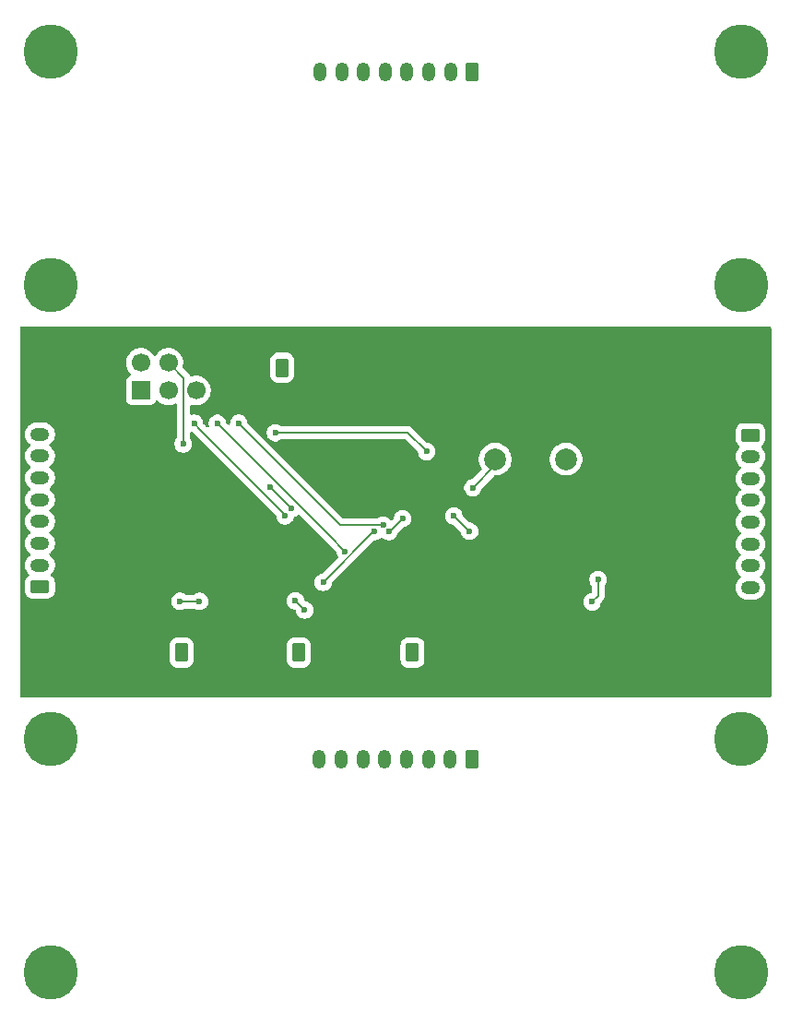
<source format=gbr>
%TF.GenerationSoftware,KiCad,Pcbnew,9.0.4*%
%TF.CreationDate,2025-11-21T11:06:10-05:00*%
%TF.ProjectId,merged_lights,6d657267-6564-45f6-9c69-676874732e6b,rev?*%
%TF.SameCoordinates,Original*%
%TF.FileFunction,Copper,L2,Bot*%
%TF.FilePolarity,Positive*%
%FSLAX46Y46*%
G04 Gerber Fmt 4.6, Leading zero omitted, Abs format (unit mm)*
G04 Created by KiCad (PCBNEW 9.0.4) date 2025-11-21 11:06:10*
%MOMM*%
%LPD*%
G01*
G04 APERTURE LIST*
G04 Aperture macros list*
%AMRoundRect*
0 Rectangle with rounded corners*
0 $1 Rounding radius*
0 $2 $3 $4 $5 $6 $7 $8 $9 X,Y pos of 4 corners*
0 Add a 4 corners polygon primitive as box body*
4,1,4,$2,$3,$4,$5,$6,$7,$8,$9,$2,$3,0*
0 Add four circle primitives for the rounded corners*
1,1,$1+$1,$2,$3*
1,1,$1+$1,$4,$5*
1,1,$1+$1,$6,$7*
1,1,$1+$1,$8,$9*
0 Add four rect primitives between the rounded corners*
20,1,$1+$1,$2,$3,$4,$5,0*
20,1,$1+$1,$4,$5,$6,$7,0*
20,1,$1+$1,$6,$7,$8,$9,0*
20,1,$1+$1,$8,$9,$2,$3,0*%
G04 Aperture macros list end*
%TA.AperFunction,ComponentPad*%
%ADD10C,1.700000*%
%TD*%
%TA.AperFunction,ComponentPad*%
%ADD11R,1.700000X1.700000*%
%TD*%
%TA.AperFunction,ComponentPad*%
%ADD12O,1.200000X1.750000*%
%TD*%
%TA.AperFunction,ComponentPad*%
%ADD13RoundRect,0.250000X0.350000X0.625000X-0.350000X0.625000X-0.350000X-0.625000X0.350000X-0.625000X0*%
%TD*%
%TA.AperFunction,ComponentPad*%
%ADD14C,2.000000*%
%TD*%
%TA.AperFunction,ComponentPad*%
%ADD15RoundRect,0.250000X-0.350000X-0.625000X0.350000X-0.625000X0.350000X0.625000X-0.350000X0.625000X0*%
%TD*%
%TA.AperFunction,ComponentPad*%
%ADD16RoundRect,0.250000X-0.625000X0.350000X-0.625000X-0.350000X0.625000X-0.350000X0.625000X0.350000X0*%
%TD*%
%TA.AperFunction,ComponentPad*%
%ADD17O,1.750000X1.200000*%
%TD*%
%TA.AperFunction,ComponentPad*%
%ADD18RoundRect,0.250000X0.625000X-0.350000X0.625000X0.350000X-0.625000X0.350000X-0.625000X-0.350000X0*%
%TD*%
%TA.AperFunction,ComponentPad*%
%ADD19C,0.800000*%
%TD*%
%TA.AperFunction,ComponentPad*%
%ADD20C,5.000000*%
%TD*%
%TA.AperFunction,ViaPad*%
%ADD21C,0.600000*%
%TD*%
%TA.AperFunction,Conductor*%
%ADD22C,0.200000*%
%TD*%
G04 APERTURE END LIST*
D10*
%TO.P,J3,6,GND*%
%TO.N,GND*%
X28790000Y-44050000D03*
%TO.P,J3,5,~{RST}*%
%TO.N,/RESET*%
X28790000Y-46590000D03*
%TO.P,J3,4,MOSI*%
%TO.N,/TLED3*%
X26250000Y-44050000D03*
%TO.P,J3,3,SCK*%
%TO.N,Net-(J3-SCK)*%
X26250000Y-46590000D03*
%TO.P,J3,2,VCC*%
%TO.N,+3.3V*%
X23710000Y-44050000D03*
D11*
%TO.P,J3,1,MISO*%
%TO.N,Net-(J3-MISO)*%
X23710000Y-46590000D03*
%TD*%
D12*
%TO.P,J6,2,Pin_2*%
%TO.N,GND*%
X46650000Y-70650000D03*
D13*
%TO.P,J6,1,Pin_1*%
%TO.N,+12V*%
X48650000Y-70650000D03*
%TD*%
D12*
%TO.P,J4,2,Pin_2*%
%TO.N,GND*%
X25450000Y-70650000D03*
D13*
%TO.P,J4,1,Pin_1*%
%TO.N,/Button1*%
X27450000Y-70650000D03*
%TD*%
D14*
%TO.P,SW1,2,2*%
%TO.N,GND*%
X56250000Y-48400000D03*
X62750000Y-48400000D03*
%TO.P,SW1,1,1*%
%TO.N,/RESET*%
X56250000Y-52900000D03*
X62750000Y-52900000D03*
%TD*%
D12*
%TO.P,J5,2,Pin_2*%
%TO.N,GND*%
X36200000Y-70650000D03*
D13*
%TO.P,J5,1,Pin_1*%
%TO.N,/Button2*%
X38200000Y-70650000D03*
%TD*%
D15*
%TO.P,J8,1,Pin_1*%
%TO.N,+3.3V*%
X36700000Y-44500000D03*
D12*
%TO.P,J8,2,Pin_2*%
%TO.N,GND*%
X38700000Y-44500000D03*
%TD*%
D16*
%TO.P,J2,1,Pin_1*%
%TO.N,/HLED1.1*%
X79687236Y-50679556D03*
D17*
%TO.P,J2,2,Pin_2*%
%TO.N,/HLED1.2*%
X79687236Y-52679556D03*
%TO.P,J2,3,Pin_3*%
%TO.N,/HLED2.1*%
X79687236Y-54679556D03*
%TO.P,J2,4,Pin_4*%
%TO.N,/HLED2.2*%
X79687236Y-56679556D03*
%TO.P,J2,5,Pin_5*%
%TO.N,/HLED3.1*%
X79687236Y-58679556D03*
%TO.P,J2,6,Pin_6*%
%TO.N,/HLED3.2*%
X79687236Y-60679556D03*
%TO.P,J2,7,Pin_7*%
%TO.N,/HLED4.1*%
X79687236Y-62679556D03*
%TO.P,J2,8,Pin_8*%
%TO.N,/HLED4.2*%
X79687236Y-64679556D03*
%TD*%
D18*
%TO.P,J9,1,Pin_1*%
%TO.N,/TLED1.1*%
X14435389Y-64617354D03*
D17*
%TO.P,J9,2,Pin_2*%
%TO.N,/TLED1.2*%
X14435389Y-62617354D03*
%TO.P,J9,3,Pin_3*%
%TO.N,/TLED2.1*%
X14435389Y-60617354D03*
%TO.P,J9,4,Pin_4*%
%TO.N,/TLED2.2*%
X14435389Y-58617354D03*
%TO.P,J9,5,Pin_5*%
%TO.N,/TLED3.1*%
X14435389Y-56617354D03*
%TO.P,J9,6,Pin_6*%
%TO.N,/TLED3.2*%
X14435389Y-54617354D03*
%TO.P,J9,7,Pin_7*%
%TO.N,/TLED4.1*%
X14435389Y-52617354D03*
%TO.P,J9,8,Pin_8*%
%TO.N,/TLED4.2*%
X14435389Y-50617354D03*
%TD*%
D19*
%TO.P,H1,1,1*%
%TO.N,GND*%
X76925000Y-43550000D03*
X77474175Y-42224175D03*
X77474175Y-44875825D03*
X78800000Y-41675000D03*
D20*
X78800000Y-43550000D03*
D19*
X78800000Y-45425000D03*
X80125825Y-42224175D03*
X80125825Y-44875825D03*
X80675000Y-43550000D03*
%TD*%
%TO.P,H2,1,1*%
%TO.N,GND*%
X13525000Y-43550000D03*
X14074175Y-42224175D03*
X14074175Y-44875825D03*
X15400000Y-41675000D03*
D20*
X15400000Y-43550000D03*
D19*
X15400000Y-45425000D03*
X16725825Y-42224175D03*
X16725825Y-44875825D03*
X17275000Y-43550000D03*
%TD*%
%TO.P,H4,1,1*%
%TO.N,GND*%
X76925000Y-71950000D03*
X77474175Y-70624175D03*
X77474175Y-73275825D03*
X78800000Y-70075000D03*
D20*
X78800000Y-71950000D03*
D19*
X78800000Y-73825000D03*
X80125825Y-70624175D03*
X80125825Y-73275825D03*
X80675000Y-71950000D03*
%TD*%
%TO.P,H3,1,1*%
%TO.N,GND*%
X13525000Y-71950000D03*
X14074175Y-70624175D03*
X14074175Y-73275825D03*
X15400000Y-70075000D03*
D20*
X15400000Y-71950000D03*
D19*
X15400000Y-73825000D03*
X16725825Y-70624175D03*
X16725825Y-73275825D03*
X17275000Y-71950000D03*
%TD*%
D12*
%TO.P,J1,8,Pin_8*%
%TO.N,/HLB4.2*%
X40100000Y-80400000D03*
%TO.P,J1,7,Pin_7*%
%TO.N,/HLB4.1*%
X42100000Y-80400000D03*
%TO.P,J1,6,Pin_6*%
%TO.N,/HLB3.2*%
X44100000Y-80400000D03*
%TO.P,J1,5,Pin_5*%
%TO.N,/HLB3.1*%
X46100000Y-80400000D03*
%TO.P,J1,4,Pin_4*%
%TO.N,/HLB2.2*%
X48100000Y-80400000D03*
%TO.P,J1,3,Pin_3*%
%TO.N,/HLB2.1*%
X50100000Y-80400000D03*
%TO.P,J1,2,Pin_2*%
%TO.N,/HLB1.2*%
X52100000Y-80400000D03*
D13*
%TO.P,J1,1,Pin_1*%
%TO.N,/HLB1.1*%
X54100000Y-80400000D03*
%TD*%
D20*
%TO.P,H7,1,1*%
%TO.N,unconnected-(H7-Pad1)*%
X78800000Y-78600000D03*
%TD*%
%TO.P,H11,1,1*%
%TO.N,unconnected-(H11-Pad1)*%
X78800000Y-100000000D03*
%TD*%
%TO.P,H6,1,1*%
%TO.N,unconnected-(H6-Pad1)*%
X15400000Y-100000000D03*
%TD*%
%TO.P,H5,1,1*%
%TO.N,unconnected-(H5-Pad1)*%
X15400000Y-78600000D03*
%TD*%
%TO.P,H12,1,1*%
%TO.N,unconnected-(H12-Pad1)*%
X78800000Y-36900000D03*
%TD*%
%TO.P,H10,1,1*%
%TO.N,unconnected-(H10-Pad1)*%
X15400000Y-36900000D03*
%TD*%
%TO.P,H9,1,1*%
%TO.N,unconnected-(H9-Pad1)*%
X78800000Y-15500000D03*
%TD*%
%TO.P,H8,1,1*%
%TO.N,unconnected-(H8-Pad1)*%
X15400000Y-15500000D03*
%TD*%
D13*
%TO.P,J7,1,Pin_1*%
%TO.N,/TLB1.1*%
X54150000Y-17400000D03*
D12*
%TO.P,J7,2,Pin_2*%
%TO.N,/TLB1.2*%
X52150000Y-17400000D03*
%TO.P,J7,3,Pin_3*%
%TO.N,/TLB2.1*%
X50150000Y-17400000D03*
%TO.P,J7,4,Pin_4*%
%TO.N,/TLB2.2*%
X48150000Y-17400000D03*
%TO.P,J7,5,Pin_5*%
%TO.N,/TLB3.1*%
X46150000Y-17400000D03*
%TO.P,J7,6,Pin_6*%
%TO.N,/TLB3.2*%
X44150000Y-17400000D03*
%TO.P,J7,7,Pin_7*%
%TO.N,/TLB4.1*%
X42150000Y-17400000D03*
%TO.P,J7,8,Pin_8*%
%TO.N,/TLB4.2*%
X40150000Y-17400000D03*
%TD*%
D21*
%TO.N,GND*%
X50050000Y-50800000D03*
%TO.N,/TLED3*%
X27600000Y-51500000D03*
%TO.N,Net-(J3-SCK)*%
X30735000Y-49615000D03*
%TO.N,Net-(J3-MISO)*%
X36950000Y-58100000D03*
X28600000Y-49600000D03*
%TO.N,/RESET*%
X32700000Y-49600000D03*
%TO.N,/TLED4*%
X36062500Y-50475000D03*
%TO.N,/TLED3*%
X37549265Y-57449265D03*
X35575735Y-55475735D03*
%TO.N,/Button2*%
X40450000Y-64200000D03*
%TO.N,/TLED4*%
X49950000Y-52200000D03*
%TO.N,GND*%
X74700000Y-61850000D03*
X46700000Y-54950000D03*
%TO.N,+12V*%
X65150000Y-66000000D03*
%TO.N,GND*%
X37700000Y-46250000D03*
%TO.N,/Button2*%
X45134313Y-59550000D03*
%TO.N,+3.3V*%
X46500000Y-59550000D03*
%TO.N,GND*%
X47700000Y-60450000D03*
%TO.N,+12V*%
X37900735Y-65900735D03*
X27300000Y-65950000D03*
%TO.N,/SCL*%
X53900735Y-59517354D03*
%TO.N,GND*%
X36450000Y-47750000D03*
%TO.N,/SCL*%
X52450000Y-58117354D03*
%TO.N,GND*%
X55874265Y-59775735D03*
%TO.N,/RESET*%
X45950000Y-58950000D03*
X54200000Y-55517354D03*
%TO.N,+12V*%
X65700000Y-63950000D03*
%TO.N,+3.3V*%
X47750000Y-58350000D03*
%TO.N,+12V*%
X29100000Y-65950000D03*
X38749265Y-66749265D03*
%TO.N,GND*%
X19400000Y-53450000D03*
X46300000Y-66054854D03*
X74700000Y-65850000D03*
X19400000Y-49550000D03*
X74700000Y-57850000D03*
X19400000Y-57550000D03*
%TO.N,Net-(J3-SCK)*%
X42450735Y-61350735D03*
%TO.N,GND*%
X16550000Y-59700000D03*
X48050000Y-41700000D03*
X21050000Y-41700000D03*
X66050000Y-41700000D03*
X21050000Y-68700000D03*
X21050000Y-46200000D03*
X21050000Y-73200000D03*
X25550000Y-41700000D03*
X25550000Y-68700000D03*
X30050000Y-41700000D03*
X30050000Y-59700000D03*
X30050000Y-68700000D03*
X30050000Y-73200000D03*
X34550000Y-41700000D03*
X34550000Y-45750000D03*
X70550000Y-41700000D03*
X34550000Y-68700000D03*
X43550000Y-41700000D03*
X43550000Y-73200000D03*
X75050000Y-68700000D03*
X52550000Y-41700000D03*
X57050000Y-41700000D03*
X57050000Y-73200000D03*
X61550000Y-41700000D03*
X75050000Y-41700000D03*
X75050000Y-73200000D03*
X19400000Y-61550000D03*
X74700000Y-53850000D03*
X48050000Y-73200000D03*
%TD*%
D22*
%TO.N,+12V*%
X27301470Y-66000000D02*
X29050000Y-66000000D01*
X29050000Y-66000000D02*
X29100000Y-65950000D01*
X27300000Y-65998530D02*
X27301470Y-66000000D01*
X27300000Y-65950000D02*
X27300000Y-65998530D01*
X65150000Y-66000000D02*
X65700000Y-65450000D01*
X65700000Y-65450000D02*
X65700000Y-63950000D01*
%TO.N,/TLED3*%
X27600000Y-51500000D02*
X27800000Y-51500000D01*
X27639000Y-45439000D02*
X26250000Y-44050000D01*
X27639000Y-51339000D02*
X27639000Y-45439000D01*
X27600000Y-51500000D02*
X27600000Y-51378000D01*
X27600000Y-51378000D02*
X27639000Y-51339000D01*
%TO.N,/RESET*%
X42050000Y-58950000D02*
X45950000Y-58950000D01*
X32700000Y-49600000D02*
X42050000Y-58950000D01*
%TO.N,Net-(J3-SCK)*%
X40999265Y-59899265D02*
X42450735Y-61350735D01*
X40999265Y-59881230D02*
X40999265Y-59899265D01*
X30735000Y-49615000D02*
X30735000Y-49616965D01*
X30735000Y-49616965D02*
X40999265Y-59881230D01*
%TO.N,Net-(J3-MISO)*%
X29150000Y-50200000D02*
X36950000Y-58000000D01*
X28600000Y-49631965D02*
X29150000Y-50181965D01*
X28600000Y-49600000D02*
X28600000Y-49631965D01*
X29150000Y-50181965D02*
X29150000Y-50200000D01*
X36950000Y-58000000D02*
X36950000Y-58100000D01*
%TO.N,/TLED4*%
X36087500Y-50450000D02*
X48200000Y-50450000D01*
X36062500Y-50475000D02*
X36087500Y-50450000D01*
X48200000Y-50450000D02*
X49950000Y-52200000D01*
%TO.N,/RESET*%
X56250000Y-53050000D02*
X56200000Y-53000000D01*
%TO.N,/TLED3*%
X35575735Y-55475735D02*
X37549265Y-57449265D01*
%TO.N,/SCL*%
X53900735Y-59517354D02*
X53850000Y-59517354D01*
X52458677Y-58117354D02*
X52450000Y-58117354D01*
%TO.N,GND*%
X37700000Y-46250000D02*
X37700000Y-46500000D01*
X37700000Y-46500000D02*
X36450000Y-47750000D01*
%TO.N,/SCL*%
X53850000Y-59517354D02*
X52450000Y-58117354D01*
%TO.N,/Button2*%
X40450000Y-64200000D02*
X45100000Y-59550000D01*
%TO.N,+3.3V*%
X46550000Y-59550000D02*
X47750000Y-58350000D01*
X46500000Y-59550000D02*
X46550000Y-59550000D01*
%TO.N,+12V*%
X38749265Y-66749265D02*
X37900735Y-65900735D01*
%TO.N,/Button2*%
X45100000Y-59550000D02*
X45134313Y-59550000D01*
%TO.N,/HLB4.2*%
X40100000Y-80400000D02*
X40100000Y-80700000D01*
%TO.N,/TLB4.2*%
X39700000Y-17400000D02*
X40150000Y-17400000D01*
%TO.N,/TLB4.1*%
X42100000Y-17400000D02*
X42150000Y-17400000D01*
%TO.N,/RESET*%
X54200000Y-55517354D02*
X56250000Y-53467354D01*
X56250000Y-53467354D02*
X56250000Y-53050000D01*
%TD*%
%TA.AperFunction,Conductor*%
%TO.N,GND*%
G36*
X81542539Y-40770185D02*
G01*
X81588294Y-40822989D01*
X81599500Y-40874500D01*
X81599500Y-74625500D01*
X81579815Y-74692539D01*
X81527011Y-74738294D01*
X81475500Y-74749500D01*
X12724500Y-74749500D01*
X12657461Y-74729815D01*
X12611706Y-74677011D01*
X12600500Y-74625500D01*
X12600500Y-69974983D01*
X26349500Y-69974983D01*
X26349500Y-71325001D01*
X26349501Y-71325018D01*
X26360000Y-71427796D01*
X26360001Y-71427799D01*
X26415185Y-71594331D01*
X26415186Y-71594334D01*
X26507288Y-71743656D01*
X26631344Y-71867712D01*
X26780666Y-71959814D01*
X26947203Y-72014999D01*
X27049991Y-72025500D01*
X27850008Y-72025499D01*
X27850016Y-72025498D01*
X27850019Y-72025498D01*
X27906302Y-72019748D01*
X27952797Y-72014999D01*
X28119334Y-71959814D01*
X28268656Y-71867712D01*
X28392712Y-71743656D01*
X28484814Y-71594334D01*
X28539999Y-71427797D01*
X28550500Y-71325009D01*
X28550499Y-69974992D01*
X28550498Y-69974983D01*
X37099500Y-69974983D01*
X37099500Y-71325001D01*
X37099501Y-71325018D01*
X37110000Y-71427796D01*
X37110001Y-71427799D01*
X37165185Y-71594331D01*
X37165186Y-71594334D01*
X37257288Y-71743656D01*
X37381344Y-71867712D01*
X37530666Y-71959814D01*
X37697203Y-72014999D01*
X37799991Y-72025500D01*
X38600008Y-72025499D01*
X38600016Y-72025498D01*
X38600019Y-72025498D01*
X38656302Y-72019748D01*
X38702797Y-72014999D01*
X38869334Y-71959814D01*
X39018656Y-71867712D01*
X39142712Y-71743656D01*
X39234814Y-71594334D01*
X39289999Y-71427797D01*
X39300500Y-71325009D01*
X39300499Y-69974992D01*
X39300498Y-69974983D01*
X47549500Y-69974983D01*
X47549500Y-71325001D01*
X47549501Y-71325018D01*
X47560000Y-71427796D01*
X47560001Y-71427799D01*
X47615185Y-71594331D01*
X47615186Y-71594334D01*
X47707288Y-71743656D01*
X47831344Y-71867712D01*
X47980666Y-71959814D01*
X48147203Y-72014999D01*
X48249991Y-72025500D01*
X49050008Y-72025499D01*
X49050016Y-72025498D01*
X49050019Y-72025498D01*
X49106302Y-72019748D01*
X49152797Y-72014999D01*
X49319334Y-71959814D01*
X49468656Y-71867712D01*
X49592712Y-71743656D01*
X49684814Y-71594334D01*
X49739999Y-71427797D01*
X49750500Y-71325009D01*
X49750499Y-69974992D01*
X49739999Y-69872203D01*
X49684814Y-69705666D01*
X49592712Y-69556344D01*
X49468656Y-69432288D01*
X49319334Y-69340186D01*
X49152797Y-69285001D01*
X49152795Y-69285000D01*
X49050010Y-69274500D01*
X48249998Y-69274500D01*
X48249980Y-69274501D01*
X48147203Y-69285000D01*
X48147200Y-69285001D01*
X47980668Y-69340185D01*
X47980663Y-69340187D01*
X47831342Y-69432289D01*
X47707289Y-69556342D01*
X47615187Y-69705663D01*
X47615186Y-69705666D01*
X47560001Y-69872203D01*
X47560001Y-69872204D01*
X47560000Y-69872204D01*
X47549500Y-69974983D01*
X39300498Y-69974983D01*
X39289999Y-69872203D01*
X39234814Y-69705666D01*
X39142712Y-69556344D01*
X39018656Y-69432288D01*
X38869334Y-69340186D01*
X38702797Y-69285001D01*
X38702795Y-69285000D01*
X38600010Y-69274500D01*
X37799998Y-69274500D01*
X37799980Y-69274501D01*
X37697203Y-69285000D01*
X37697200Y-69285001D01*
X37530668Y-69340185D01*
X37530663Y-69340187D01*
X37381342Y-69432289D01*
X37257289Y-69556342D01*
X37165187Y-69705663D01*
X37165186Y-69705666D01*
X37110001Y-69872203D01*
X37110001Y-69872204D01*
X37110000Y-69872204D01*
X37099500Y-69974983D01*
X28550498Y-69974983D01*
X28539999Y-69872203D01*
X28484814Y-69705666D01*
X28392712Y-69556344D01*
X28268656Y-69432288D01*
X28119334Y-69340186D01*
X27952797Y-69285001D01*
X27952795Y-69285000D01*
X27850010Y-69274500D01*
X27049998Y-69274500D01*
X27049980Y-69274501D01*
X26947203Y-69285000D01*
X26947200Y-69285001D01*
X26780668Y-69340185D01*
X26780663Y-69340187D01*
X26631342Y-69432289D01*
X26507289Y-69556342D01*
X26415187Y-69705663D01*
X26415186Y-69705666D01*
X26360001Y-69872203D01*
X26360001Y-69872204D01*
X26360000Y-69872204D01*
X26349500Y-69974983D01*
X12600500Y-69974983D01*
X12600500Y-65871153D01*
X26499500Y-65871153D01*
X26499500Y-66028846D01*
X26530261Y-66183489D01*
X26530264Y-66183501D01*
X26590602Y-66329172D01*
X26590609Y-66329185D01*
X26678210Y-66460288D01*
X26678213Y-66460292D01*
X26789707Y-66571786D01*
X26789711Y-66571789D01*
X26920814Y-66659390D01*
X26920827Y-66659397D01*
X27043326Y-66710137D01*
X27066503Y-66719737D01*
X27221153Y-66750499D01*
X27221156Y-66750500D01*
X27221158Y-66750500D01*
X27378844Y-66750500D01*
X27378845Y-66750499D01*
X27533497Y-66719737D01*
X27679179Y-66659394D01*
X27736044Y-66621397D01*
X27802721Y-66600520D01*
X27804935Y-66600500D01*
X28595065Y-66600500D01*
X28662104Y-66620185D01*
X28663909Y-66621366D01*
X28720821Y-66659394D01*
X28720823Y-66659395D01*
X28720827Y-66659397D01*
X28843326Y-66710137D01*
X28866503Y-66719737D01*
X29021153Y-66750499D01*
X29021156Y-66750500D01*
X29021158Y-66750500D01*
X29178844Y-66750500D01*
X29178845Y-66750499D01*
X29333497Y-66719737D01*
X29479179Y-66659394D01*
X29610289Y-66571789D01*
X29721789Y-66460289D01*
X29809394Y-66329179D01*
X29869737Y-66183497D01*
X29900500Y-66028842D01*
X29900500Y-65871158D01*
X29900500Y-65871155D01*
X29894301Y-65839993D01*
X29894301Y-65839992D01*
X29890700Y-65821888D01*
X37100235Y-65821888D01*
X37100235Y-65979581D01*
X37130996Y-66134224D01*
X37130999Y-66134236D01*
X37191337Y-66279907D01*
X37191344Y-66279920D01*
X37278945Y-66411023D01*
X37278948Y-66411027D01*
X37390442Y-66522521D01*
X37390446Y-66522524D01*
X37521549Y-66610125D01*
X37521562Y-66610132D01*
X37667112Y-66670420D01*
X37667238Y-66670472D01*
X37731882Y-66683330D01*
X37822584Y-66701373D01*
X37839340Y-66710137D01*
X37857820Y-66714158D01*
X37882858Y-66732902D01*
X37884495Y-66733758D01*
X37886074Y-66735309D01*
X37914690Y-66763925D01*
X37948175Y-66825248D01*
X37948626Y-66827414D01*
X37979526Y-66982756D01*
X37979529Y-66982766D01*
X38039867Y-67128437D01*
X38039874Y-67128450D01*
X38127475Y-67259553D01*
X38127478Y-67259557D01*
X38238972Y-67371051D01*
X38238976Y-67371054D01*
X38370079Y-67458655D01*
X38370092Y-67458662D01*
X38515763Y-67519000D01*
X38515768Y-67519002D01*
X38670418Y-67549764D01*
X38670421Y-67549765D01*
X38670423Y-67549765D01*
X38828109Y-67549765D01*
X38828110Y-67549764D01*
X38982762Y-67519002D01*
X39128444Y-67458659D01*
X39259554Y-67371054D01*
X39371054Y-67259554D01*
X39458659Y-67128444D01*
X39519002Y-66982762D01*
X39549765Y-66828107D01*
X39549765Y-66670423D01*
X39549765Y-66670420D01*
X39549764Y-66670418D01*
X39530145Y-66571789D01*
X39519002Y-66515768D01*
X39516732Y-66510288D01*
X39458662Y-66370092D01*
X39458655Y-66370079D01*
X39371054Y-66238976D01*
X39371051Y-66238972D01*
X39259557Y-66127478D01*
X39259553Y-66127475D01*
X39128450Y-66039874D01*
X39128437Y-66039867D01*
X39103714Y-66029627D01*
X38982766Y-65979529D01*
X38982756Y-65979526D01*
X38827416Y-65948627D01*
X38810659Y-65939861D01*
X38792181Y-65935842D01*
X38772560Y-65921153D01*
X64349500Y-65921153D01*
X64349500Y-66078846D01*
X64380261Y-66233489D01*
X64380264Y-66233501D01*
X64440602Y-66379172D01*
X64440609Y-66379185D01*
X64528210Y-66510288D01*
X64528213Y-66510292D01*
X64639707Y-66621786D01*
X64639711Y-66621789D01*
X64770814Y-66709390D01*
X64770827Y-66709397D01*
X64870060Y-66750500D01*
X64916503Y-66769737D01*
X65058590Y-66798000D01*
X65071153Y-66800499D01*
X65071156Y-66800500D01*
X65071158Y-66800500D01*
X65228844Y-66800500D01*
X65228845Y-66800499D01*
X65383497Y-66769737D01*
X65529179Y-66709394D01*
X65660289Y-66621789D01*
X65771789Y-66510289D01*
X65859394Y-66379179D01*
X65919737Y-66233497D01*
X65950500Y-66078842D01*
X65950500Y-66078839D01*
X65950637Y-66078151D01*
X65959402Y-66061394D01*
X65963422Y-66042915D01*
X65982162Y-66017880D01*
X65983021Y-66016240D01*
X65984532Y-66014702D01*
X66058504Y-65940729D01*
X66058506Y-65940729D01*
X66068714Y-65930520D01*
X66068716Y-65930520D01*
X66180520Y-65818716D01*
X66259577Y-65681784D01*
X66298819Y-65535331D01*
X66298820Y-65535331D01*
X66298820Y-65535325D01*
X66300500Y-65529058D01*
X66300500Y-65370943D01*
X66300500Y-64529765D01*
X66320185Y-64462726D01*
X66321398Y-64460874D01*
X66409390Y-64329185D01*
X66409390Y-64329184D01*
X66409394Y-64329179D01*
X66469737Y-64183497D01*
X66500500Y-64028842D01*
X66500500Y-63871158D01*
X66500500Y-63871155D01*
X66500499Y-63871153D01*
X66469738Y-63716510D01*
X66469737Y-63716503D01*
X66464634Y-63704182D01*
X66409397Y-63570827D01*
X66409390Y-63570814D01*
X66321789Y-63439711D01*
X66321786Y-63439707D01*
X66210292Y-63328213D01*
X66210288Y-63328210D01*
X66079185Y-63240609D01*
X66079172Y-63240602D01*
X65933501Y-63180264D01*
X65933489Y-63180261D01*
X65778845Y-63149500D01*
X65778842Y-63149500D01*
X65621158Y-63149500D01*
X65621155Y-63149500D01*
X65466510Y-63180261D01*
X65466498Y-63180264D01*
X65320827Y-63240602D01*
X65320814Y-63240609D01*
X65189711Y-63328210D01*
X65189707Y-63328213D01*
X65078213Y-63439707D01*
X65078210Y-63439711D01*
X64990609Y-63570814D01*
X64990602Y-63570827D01*
X64930264Y-63716498D01*
X64930261Y-63716510D01*
X64899500Y-63871153D01*
X64899500Y-64028846D01*
X64930261Y-64183489D01*
X64930264Y-64183501D01*
X64990602Y-64329172D01*
X64990609Y-64329185D01*
X65078602Y-64460874D01*
X65099480Y-64527551D01*
X65099500Y-64529765D01*
X65099500Y-65092098D01*
X65079815Y-65159137D01*
X65027011Y-65204892D01*
X64999692Y-65213715D01*
X64916508Y-65230261D01*
X64916498Y-65230264D01*
X64770827Y-65290602D01*
X64770814Y-65290609D01*
X64639711Y-65378210D01*
X64639707Y-65378213D01*
X64528213Y-65489707D01*
X64528210Y-65489711D01*
X64440609Y-65620814D01*
X64440602Y-65620827D01*
X64380264Y-65766498D01*
X64380261Y-65766510D01*
X64349500Y-65921153D01*
X38772560Y-65921153D01*
X38767142Y-65917097D01*
X38765506Y-65916242D01*
X38763927Y-65914691D01*
X38735308Y-65886072D01*
X38701823Y-65824749D01*
X38701372Y-65822582D01*
X38692913Y-65780056D01*
X38670472Y-65667238D01*
X38630535Y-65570821D01*
X38610132Y-65521562D01*
X38610125Y-65521549D01*
X38522524Y-65390446D01*
X38522521Y-65390442D01*
X38411027Y-65278948D01*
X38411023Y-65278945D01*
X38279920Y-65191344D01*
X38279907Y-65191337D01*
X38134236Y-65130999D01*
X38134224Y-65130996D01*
X37979580Y-65100235D01*
X37979577Y-65100235D01*
X37821893Y-65100235D01*
X37821890Y-65100235D01*
X37667245Y-65130996D01*
X37667233Y-65130999D01*
X37521562Y-65191337D01*
X37521549Y-65191344D01*
X37390446Y-65278945D01*
X37390442Y-65278948D01*
X37278948Y-65390442D01*
X37278945Y-65390446D01*
X37191344Y-65521549D01*
X37191337Y-65521562D01*
X37130999Y-65667233D01*
X37130996Y-65667245D01*
X37100235Y-65821888D01*
X29890700Y-65821888D01*
X29876988Y-65752958D01*
X29869737Y-65716503D01*
X29855359Y-65681790D01*
X29809397Y-65570827D01*
X29809390Y-65570814D01*
X29721789Y-65439711D01*
X29721786Y-65439707D01*
X29610292Y-65328213D01*
X29610288Y-65328210D01*
X29479185Y-65240609D01*
X29479172Y-65240602D01*
X29333501Y-65180264D01*
X29333489Y-65180261D01*
X29178845Y-65149500D01*
X29178842Y-65149500D01*
X29021158Y-65149500D01*
X29021155Y-65149500D01*
X28866510Y-65180261D01*
X28866498Y-65180264D01*
X28720827Y-65240602D01*
X28720814Y-65240609D01*
X28589711Y-65328210D01*
X28589707Y-65328213D01*
X28554742Y-65363180D01*
X28493420Y-65396666D01*
X28467060Y-65399500D01*
X27932940Y-65399500D01*
X27865901Y-65379815D01*
X27845258Y-65363180D01*
X27810292Y-65328213D01*
X27810288Y-65328210D01*
X27679185Y-65240609D01*
X27679172Y-65240602D01*
X27533501Y-65180264D01*
X27533489Y-65180261D01*
X27378845Y-65149500D01*
X27378842Y-65149500D01*
X27221158Y-65149500D01*
X27221155Y-65149500D01*
X27066510Y-65180261D01*
X27066498Y-65180264D01*
X26920827Y-65240602D01*
X26920814Y-65240609D01*
X26789711Y-65328210D01*
X26789707Y-65328213D01*
X26678213Y-65439707D01*
X26678210Y-65439711D01*
X26590609Y-65570814D01*
X26590602Y-65570827D01*
X26530264Y-65716498D01*
X26530261Y-65716510D01*
X26499500Y-65871153D01*
X12600500Y-65871153D01*
X12600500Y-50530743D01*
X13059889Y-50530743D01*
X13059889Y-50703965D01*
X13068066Y-50755593D01*
X13083681Y-50854185D01*
X13086987Y-50875055D01*
X13140516Y-51039799D01*
X13219157Y-51194142D01*
X13320975Y-51334282D01*
X13443461Y-51456768D01*
X13443467Y-51456772D01*
X13526412Y-51517037D01*
X13569078Y-51572367D01*
X13575056Y-51641980D01*
X13542450Y-51703775D01*
X13526412Y-51717671D01*
X13443467Y-51777935D01*
X13443458Y-51777942D01*
X13320977Y-51900423D01*
X13320977Y-51900424D01*
X13320975Y-51900426D01*
X13304947Y-51922487D01*
X13219157Y-52040565D01*
X13140517Y-52194906D01*
X13086986Y-52359656D01*
X13059889Y-52530743D01*
X13059889Y-52703965D01*
X13086987Y-52875055D01*
X13140516Y-53039799D01*
X13219157Y-53194142D01*
X13320975Y-53334282D01*
X13443461Y-53456768D01*
X13443467Y-53456772D01*
X13526412Y-53517037D01*
X13569078Y-53572367D01*
X13575056Y-53641980D01*
X13542450Y-53703775D01*
X13526412Y-53717671D01*
X13443467Y-53777935D01*
X13443458Y-53777942D01*
X13320977Y-53900423D01*
X13320977Y-53900424D01*
X13320975Y-53900426D01*
X13277248Y-53960610D01*
X13219157Y-54040565D01*
X13140517Y-54194906D01*
X13086986Y-54359656D01*
X13074765Y-54436819D01*
X13059889Y-54530743D01*
X13059889Y-54703965D01*
X13068066Y-54755593D01*
X13083643Y-54853946D01*
X13086987Y-54875055D01*
X13140516Y-55039799D01*
X13219157Y-55194142D01*
X13320975Y-55334282D01*
X13443461Y-55456768D01*
X13443467Y-55456772D01*
X13526412Y-55517037D01*
X13569078Y-55572367D01*
X13575056Y-55641980D01*
X13542450Y-55703775D01*
X13526412Y-55717671D01*
X13443467Y-55777935D01*
X13443458Y-55777942D01*
X13320977Y-55900423D01*
X13320977Y-55900424D01*
X13320975Y-55900426D01*
X13277248Y-55960610D01*
X13219157Y-56040565D01*
X13140517Y-56194906D01*
X13086986Y-56359656D01*
X13059889Y-56530743D01*
X13059889Y-56703965D01*
X13086987Y-56875055D01*
X13140516Y-57039799D01*
X13219157Y-57194142D01*
X13320975Y-57334282D01*
X13443461Y-57456768D01*
X13443467Y-57456772D01*
X13526412Y-57517037D01*
X13569078Y-57572367D01*
X13575056Y-57641980D01*
X13542450Y-57703775D01*
X13526412Y-57717671D01*
X13443467Y-57777935D01*
X13443458Y-57777942D01*
X13320977Y-57900423D01*
X13320977Y-57900424D01*
X13320975Y-57900426D01*
X13302972Y-57925205D01*
X13219157Y-58040565D01*
X13140517Y-58194906D01*
X13086986Y-58359656D01*
X13074307Y-58439711D01*
X13059889Y-58530743D01*
X13059889Y-58703965D01*
X13066803Y-58747617D01*
X13086144Y-58869737D01*
X13086987Y-58875055D01*
X13140516Y-59039799D01*
X13219157Y-59194142D01*
X13320975Y-59334282D01*
X13443461Y-59456768D01*
X13443467Y-59456772D01*
X13526412Y-59517037D01*
X13569078Y-59572367D01*
X13575056Y-59641980D01*
X13542450Y-59703775D01*
X13526412Y-59717671D01*
X13443467Y-59777935D01*
X13443458Y-59777942D01*
X13320977Y-59900423D01*
X13320977Y-59900424D01*
X13320975Y-59900426D01*
X13277248Y-59960610D01*
X13219157Y-60040565D01*
X13140517Y-60194906D01*
X13086986Y-60359656D01*
X13062199Y-60516161D01*
X13059889Y-60530743D01*
X13059889Y-60703965D01*
X13086987Y-60875055D01*
X13140516Y-61039799D01*
X13219157Y-61194142D01*
X13320975Y-61334282D01*
X13443461Y-61456768D01*
X13443467Y-61456772D01*
X13526412Y-61517037D01*
X13569078Y-61572367D01*
X13575056Y-61641980D01*
X13542450Y-61703775D01*
X13526412Y-61717671D01*
X13443467Y-61777935D01*
X13443458Y-61777942D01*
X13320977Y-61900423D01*
X13320977Y-61900424D01*
X13320975Y-61900426D01*
X13309354Y-61916421D01*
X13219157Y-62040565D01*
X13140517Y-62194906D01*
X13086986Y-62359656D01*
X13059889Y-62530743D01*
X13059889Y-62703965D01*
X13086987Y-62875055D01*
X13140516Y-63039799D01*
X13219157Y-63194142D01*
X13320975Y-63334282D01*
X13320977Y-63334284D01*
X13428516Y-63441823D01*
X13462001Y-63503146D01*
X13457017Y-63572838D01*
X13415145Y-63628771D01*
X13405933Y-63635042D01*
X13341733Y-63674641D01*
X13217678Y-63798696D01*
X13125576Y-63948017D01*
X13125575Y-63948020D01*
X13070390Y-64114557D01*
X13070390Y-64114558D01*
X13070389Y-64114558D01*
X13059889Y-64217337D01*
X13059889Y-65017355D01*
X13059890Y-65017373D01*
X13070389Y-65120150D01*
X13070390Y-65120153D01*
X13125574Y-65286685D01*
X13125576Y-65286690D01*
X13127993Y-65290609D01*
X13217677Y-65436010D01*
X13341733Y-65560066D01*
X13491055Y-65652168D01*
X13657592Y-65707353D01*
X13760380Y-65717854D01*
X15110397Y-65717853D01*
X15213186Y-65707353D01*
X15379723Y-65652168D01*
X15529045Y-65560066D01*
X15653101Y-65436010D01*
X15745203Y-65286688D01*
X15800388Y-65120151D01*
X15810889Y-65017363D01*
X15810888Y-64217346D01*
X15807429Y-64183489D01*
X15800388Y-64114557D01*
X15800387Y-64114554D01*
X15745203Y-63948020D01*
X15653101Y-63798698D01*
X15529045Y-63674642D01*
X15529041Y-63674639D01*
X15464845Y-63635042D01*
X15418120Y-63583094D01*
X15406899Y-63514131D01*
X15434742Y-63450049D01*
X15442239Y-63441845D01*
X15549803Y-63334282D01*
X15651621Y-63194142D01*
X15730262Y-63039799D01*
X15783791Y-62875055D01*
X15810889Y-62703965D01*
X15810889Y-62530743D01*
X15783791Y-62359653D01*
X15730262Y-62194909D01*
X15651621Y-62040566D01*
X15549803Y-61900426D01*
X15427317Y-61777940D01*
X15344364Y-61717671D01*
X15301700Y-61662342D01*
X15295721Y-61592728D01*
X15328327Y-61530933D01*
X15344365Y-61517036D01*
X15427317Y-61456768D01*
X15549803Y-61334282D01*
X15651621Y-61194142D01*
X15730262Y-61039799D01*
X15783791Y-60875055D01*
X15810889Y-60703965D01*
X15810889Y-60530743D01*
X15783791Y-60359653D01*
X15730262Y-60194909D01*
X15651621Y-60040566D01*
X15549803Y-59900426D01*
X15427317Y-59777940D01*
X15344364Y-59717671D01*
X15301700Y-59662342D01*
X15295721Y-59592728D01*
X15328327Y-59530933D01*
X15344365Y-59517036D01*
X15350589Y-59512514D01*
X15427317Y-59456768D01*
X15549803Y-59334282D01*
X15651621Y-59194142D01*
X15730262Y-59039799D01*
X15783791Y-58875055D01*
X15810889Y-58703965D01*
X15810889Y-58530743D01*
X15783791Y-58359653D01*
X15730262Y-58194909D01*
X15651621Y-58040566D01*
X15549803Y-57900426D01*
X15427317Y-57777940D01*
X15344364Y-57717671D01*
X15301700Y-57662342D01*
X15295721Y-57592728D01*
X15328327Y-57530933D01*
X15344365Y-57517036D01*
X15427317Y-57456768D01*
X15549803Y-57334282D01*
X15651621Y-57194142D01*
X15730262Y-57039799D01*
X15783791Y-56875055D01*
X15810889Y-56703965D01*
X15810889Y-56530743D01*
X15783791Y-56359653D01*
X15730262Y-56194909D01*
X15651621Y-56040566D01*
X15549803Y-55900426D01*
X15427317Y-55777940D01*
X15344364Y-55717671D01*
X15301700Y-55662342D01*
X15295721Y-55592728D01*
X15328327Y-55530933D01*
X15344365Y-55517036D01*
X15427317Y-55456768D01*
X15549803Y-55334282D01*
X15651621Y-55194142D01*
X15730262Y-55039799D01*
X15783791Y-54875055D01*
X15810889Y-54703965D01*
X15810889Y-54530743D01*
X15783791Y-54359653D01*
X15730262Y-54194909D01*
X15651621Y-54040566D01*
X15549803Y-53900426D01*
X15427317Y-53777940D01*
X15344364Y-53717671D01*
X15301700Y-53662342D01*
X15295721Y-53592728D01*
X15328327Y-53530933D01*
X15344365Y-53517036D01*
X15427317Y-53456768D01*
X15549803Y-53334282D01*
X15651621Y-53194142D01*
X15730262Y-53039799D01*
X15783791Y-52875055D01*
X15810889Y-52703965D01*
X15810889Y-52530743D01*
X15783791Y-52359653D01*
X15730262Y-52194909D01*
X15651621Y-52040566D01*
X15549803Y-51900426D01*
X15427317Y-51777940D01*
X15344364Y-51717671D01*
X15301700Y-51662342D01*
X15295721Y-51592728D01*
X15328327Y-51530933D01*
X15344365Y-51517036D01*
X15427317Y-51456768D01*
X15549803Y-51334282D01*
X15651621Y-51194142D01*
X15730262Y-51039799D01*
X15783791Y-50875055D01*
X15810889Y-50703965D01*
X15810889Y-50530743D01*
X15783791Y-50359653D01*
X15730262Y-50194909D01*
X15651621Y-50040566D01*
X15549803Y-49900426D01*
X15427317Y-49777940D01*
X15287177Y-49676122D01*
X15132834Y-49597481D01*
X14968090Y-49543952D01*
X14968088Y-49543951D01*
X14968087Y-49543951D01*
X14824155Y-49521155D01*
X14797000Y-49516854D01*
X14073778Y-49516854D01*
X14046623Y-49521155D01*
X13902691Y-49543951D01*
X13902688Y-49543952D01*
X13762335Y-49589556D01*
X13737941Y-49597482D01*
X13583600Y-49676122D01*
X13530909Y-49714405D01*
X13443461Y-49777940D01*
X13443459Y-49777942D01*
X13443458Y-49777942D01*
X13320977Y-49900423D01*
X13320977Y-49900424D01*
X13320975Y-49900426D01*
X13291995Y-49940314D01*
X13219157Y-50040565D01*
X13140517Y-50194906D01*
X13086986Y-50359656D01*
X13076624Y-50425083D01*
X13059889Y-50530743D01*
X12600500Y-50530743D01*
X12600500Y-43943713D01*
X22359500Y-43943713D01*
X22359500Y-44156286D01*
X22392753Y-44366239D01*
X22392753Y-44366241D01*
X22392754Y-44366243D01*
X22447431Y-44534522D01*
X22458444Y-44568414D01*
X22554951Y-44757820D01*
X22679890Y-44929786D01*
X22793430Y-45043326D01*
X22826915Y-45104649D01*
X22821931Y-45174341D01*
X22780059Y-45230274D01*
X22749083Y-45247189D01*
X22617669Y-45296203D01*
X22617664Y-45296206D01*
X22502455Y-45382452D01*
X22502452Y-45382455D01*
X22416206Y-45497664D01*
X22416202Y-45497671D01*
X22365908Y-45632517D01*
X22359501Y-45692116D01*
X22359500Y-45692135D01*
X22359500Y-47487870D01*
X22359501Y-47487876D01*
X22365908Y-47547483D01*
X22416202Y-47682328D01*
X22416206Y-47682335D01*
X22502452Y-47797544D01*
X22502455Y-47797547D01*
X22617664Y-47883793D01*
X22617671Y-47883797D01*
X22752517Y-47934091D01*
X22752516Y-47934091D01*
X22758767Y-47934763D01*
X22812127Y-47940500D01*
X24607872Y-47940499D01*
X24667483Y-47934091D01*
X24802331Y-47883796D01*
X24917546Y-47797546D01*
X25003796Y-47682331D01*
X25052810Y-47550916D01*
X25094681Y-47494984D01*
X25160145Y-47470566D01*
X25228418Y-47485417D01*
X25256673Y-47506569D01*
X25370213Y-47620109D01*
X25542179Y-47745048D01*
X25542181Y-47745049D01*
X25542184Y-47745051D01*
X25731588Y-47841557D01*
X25933757Y-47907246D01*
X26143713Y-47940500D01*
X26143714Y-47940500D01*
X26356286Y-47940500D01*
X26356287Y-47940500D01*
X26566243Y-47907246D01*
X26768412Y-47841557D01*
X26858205Y-47795804D01*
X26926874Y-47782909D01*
X26991615Y-47809185D01*
X27031872Y-47866291D01*
X27038500Y-47906290D01*
X27038500Y-50878059D01*
X27018815Y-50945098D01*
X27002181Y-50965740D01*
X26978213Y-50989707D01*
X26978210Y-50989711D01*
X26890609Y-51120814D01*
X26890602Y-51120827D01*
X26830264Y-51266498D01*
X26830261Y-51266510D01*
X26799500Y-51421153D01*
X26799500Y-51578846D01*
X26830261Y-51733489D01*
X26830264Y-51733501D01*
X26890602Y-51879172D01*
X26890609Y-51879185D01*
X26978210Y-52010288D01*
X26978213Y-52010292D01*
X27089707Y-52121786D01*
X27089711Y-52121789D01*
X27220814Y-52209390D01*
X27220827Y-52209397D01*
X27336021Y-52257111D01*
X27366503Y-52269737D01*
X27521153Y-52300499D01*
X27521156Y-52300500D01*
X27521158Y-52300500D01*
X27678844Y-52300500D01*
X27678845Y-52300499D01*
X27833497Y-52269737D01*
X27979179Y-52209394D01*
X28110289Y-52121789D01*
X28221789Y-52010289D01*
X28309394Y-51879179D01*
X28369737Y-51733497D01*
X28400334Y-51579676D01*
X28400500Y-51579057D01*
X28400500Y-51420943D01*
X28400334Y-51420323D01*
X28369737Y-51266503D01*
X28360721Y-51244737D01*
X28309395Y-51120823D01*
X28260398Y-51047493D01*
X28239520Y-50980815D01*
X28239500Y-50978602D01*
X28239500Y-50495568D01*
X28245435Y-50475354D01*
X28246563Y-50454315D01*
X28255082Y-50442500D01*
X28259185Y-50428529D01*
X28275103Y-50414735D01*
X28287429Y-50397643D01*
X28300984Y-50392309D01*
X28311989Y-50382774D01*
X28332841Y-50379775D01*
X28352447Y-50372062D01*
X28377244Y-50373391D01*
X28381147Y-50372830D01*
X28387672Y-50373947D01*
X28481946Y-50392699D01*
X28543856Y-50425083D01*
X28545435Y-50426635D01*
X28633298Y-50514498D01*
X28653004Y-50540179D01*
X28669477Y-50568712D01*
X28669482Y-50568718D01*
X28788349Y-50687585D01*
X28788355Y-50687590D01*
X36113181Y-58012416D01*
X36146666Y-58073739D01*
X36149500Y-58100097D01*
X36149500Y-58178846D01*
X36180261Y-58333489D01*
X36180264Y-58333501D01*
X36240602Y-58479172D01*
X36240609Y-58479185D01*
X36328210Y-58610288D01*
X36328213Y-58610292D01*
X36439707Y-58721786D01*
X36439711Y-58721789D01*
X36570814Y-58809390D01*
X36570827Y-58809397D01*
X36716498Y-58869735D01*
X36716503Y-58869737D01*
X36871153Y-58900499D01*
X36871156Y-58900500D01*
X36871158Y-58900500D01*
X37028844Y-58900500D01*
X37028845Y-58900499D01*
X37183497Y-58869737D01*
X37329179Y-58809394D01*
X37460289Y-58721789D01*
X37571789Y-58610289D01*
X37659394Y-58479179D01*
X37719737Y-58333497D01*
X37725967Y-58302176D01*
X37758351Y-58240267D01*
X37800132Y-58211807D01*
X37928437Y-58158662D01*
X37928437Y-58158661D01*
X37928444Y-58158659D01*
X38059554Y-58071054D01*
X38112024Y-58018583D01*
X38173343Y-57985100D01*
X38243035Y-57990083D01*
X38287384Y-58018585D01*
X40482564Y-60213765D01*
X40487244Y-60218708D01*
X40495832Y-60228295D01*
X40518745Y-60267981D01*
X40630549Y-60379785D01*
X40630551Y-60379786D01*
X40640038Y-60389273D01*
X41616160Y-61365395D01*
X41649645Y-61426718D01*
X41650096Y-61428884D01*
X41680996Y-61584226D01*
X41680999Y-61584236D01*
X41741337Y-61729907D01*
X41741344Y-61729920D01*
X41816786Y-61842826D01*
X41837664Y-61909504D01*
X41819180Y-61976884D01*
X41801365Y-61999398D01*
X40435339Y-63365425D01*
X40374016Y-63398910D01*
X40371850Y-63399361D01*
X40216508Y-63430261D01*
X40216498Y-63430264D01*
X40070827Y-63490602D01*
X40070814Y-63490609D01*
X39939711Y-63578210D01*
X39939707Y-63578213D01*
X39828213Y-63689707D01*
X39828210Y-63689711D01*
X39740609Y-63820814D01*
X39740602Y-63820827D01*
X39680264Y-63966498D01*
X39680261Y-63966510D01*
X39649500Y-64121153D01*
X39649500Y-64278846D01*
X39680261Y-64433489D01*
X39680264Y-64433501D01*
X39740602Y-64579172D01*
X39740609Y-64579185D01*
X39828210Y-64710288D01*
X39828213Y-64710292D01*
X39939707Y-64821786D01*
X39939711Y-64821789D01*
X40070814Y-64909390D01*
X40070827Y-64909397D01*
X40216498Y-64969735D01*
X40216503Y-64969737D01*
X40371153Y-65000499D01*
X40371156Y-65000500D01*
X40371158Y-65000500D01*
X40528844Y-65000500D01*
X40528845Y-65000499D01*
X40683497Y-64969737D01*
X40829179Y-64909394D01*
X40960289Y-64821789D01*
X41071789Y-64710289D01*
X41159394Y-64579179D01*
X41219737Y-64433497D01*
X41240489Y-64329172D01*
X41250638Y-64278150D01*
X41283023Y-64216239D01*
X41284518Y-64214716D01*
X45112416Y-60386819D01*
X45173739Y-60353334D01*
X45200097Y-60350500D01*
X45213157Y-60350500D01*
X45213158Y-60350499D01*
X45367810Y-60319737D01*
X45513492Y-60259394D01*
X45644602Y-60171789D01*
X45729476Y-60086914D01*
X45790797Y-60053431D01*
X45860489Y-60058415D01*
X45904837Y-60086916D01*
X45989707Y-60171786D01*
X45989711Y-60171789D01*
X46120814Y-60259390D01*
X46120827Y-60259397D01*
X46261957Y-60317854D01*
X46266503Y-60319737D01*
X46421153Y-60350499D01*
X46421156Y-60350500D01*
X46421158Y-60350500D01*
X46578844Y-60350500D01*
X46578845Y-60350499D01*
X46733497Y-60319737D01*
X46879179Y-60259394D01*
X47010289Y-60171789D01*
X47121789Y-60060289D01*
X47209394Y-59929179D01*
X47269737Y-59783497D01*
X47288222Y-59690563D01*
X47320604Y-59628656D01*
X47322096Y-59627137D01*
X47764662Y-59184572D01*
X47825983Y-59151089D01*
X47828150Y-59150638D01*
X47890773Y-59138181D01*
X47983497Y-59119737D01*
X48129179Y-59059394D01*
X48260289Y-58971789D01*
X48371789Y-58860289D01*
X48459394Y-58729179D01*
X48519737Y-58583497D01*
X48550500Y-58428842D01*
X48550500Y-58271158D01*
X48550500Y-58271155D01*
X48550499Y-58271153D01*
X48544355Y-58240267D01*
X48519737Y-58116503D01*
X48487431Y-58038507D01*
X51649500Y-58038507D01*
X51649500Y-58196200D01*
X51680261Y-58350843D01*
X51680264Y-58350855D01*
X51740602Y-58496526D01*
X51740609Y-58496539D01*
X51828210Y-58627642D01*
X51828213Y-58627646D01*
X51939707Y-58739140D01*
X51939711Y-58739143D01*
X52070814Y-58826744D01*
X52070827Y-58826751D01*
X52187445Y-58875055D01*
X52216503Y-58887091D01*
X52281147Y-58899949D01*
X52371849Y-58917992D01*
X52433760Y-58950377D01*
X52435339Y-58951928D01*
X53078759Y-59595348D01*
X53112244Y-59656671D01*
X53112695Y-59658838D01*
X53130996Y-59750843D01*
X53130999Y-59750855D01*
X53191337Y-59896526D01*
X53191344Y-59896539D01*
X53278945Y-60027642D01*
X53278948Y-60027646D01*
X53390442Y-60139140D01*
X53390446Y-60139143D01*
X53521549Y-60226744D01*
X53521562Y-60226751D01*
X53600378Y-60259397D01*
X53667238Y-60287091D01*
X53821888Y-60317853D01*
X53821891Y-60317854D01*
X53821893Y-60317854D01*
X53979579Y-60317854D01*
X53979580Y-60317853D01*
X54134232Y-60287091D01*
X54279914Y-60226748D01*
X54411024Y-60139143D01*
X54522524Y-60027643D01*
X54610129Y-59896533D01*
X54670472Y-59750851D01*
X54701235Y-59596196D01*
X54701235Y-59438512D01*
X54701235Y-59438509D01*
X54701234Y-59438507D01*
X54692875Y-59396484D01*
X54670472Y-59283857D01*
X54629348Y-59184574D01*
X54610132Y-59138181D01*
X54610125Y-59138168D01*
X54522524Y-59007065D01*
X54522521Y-59007061D01*
X54411027Y-58895567D01*
X54411023Y-58895564D01*
X54279920Y-58807963D01*
X54279907Y-58807956D01*
X54134236Y-58747618D01*
X54134224Y-58747615D01*
X53979580Y-58716854D01*
X53979577Y-58716854D01*
X53950097Y-58716854D01*
X53883058Y-58697169D01*
X53862416Y-58680535D01*
X53284574Y-58102693D01*
X53251089Y-58041370D01*
X53250638Y-58039203D01*
X53219738Y-57883864D01*
X53219737Y-57883857D01*
X53201450Y-57839707D01*
X53159397Y-57738181D01*
X53159390Y-57738168D01*
X53071789Y-57607065D01*
X53071786Y-57607061D01*
X52960292Y-57495567D01*
X52960288Y-57495564D01*
X52829185Y-57407963D01*
X52829172Y-57407956D01*
X52683501Y-57347618D01*
X52683489Y-57347615D01*
X52528845Y-57316854D01*
X52528842Y-57316854D01*
X52371158Y-57316854D01*
X52371155Y-57316854D01*
X52216510Y-57347615D01*
X52216498Y-57347618D01*
X52070827Y-57407956D01*
X52070814Y-57407963D01*
X51939711Y-57495564D01*
X51939707Y-57495567D01*
X51828213Y-57607061D01*
X51828210Y-57607065D01*
X51740609Y-57738168D01*
X51740602Y-57738181D01*
X51680264Y-57883852D01*
X51680261Y-57883864D01*
X51649500Y-58038507D01*
X48487431Y-58038507D01*
X48465309Y-57985100D01*
X48459397Y-57970827D01*
X48459390Y-57970814D01*
X48371789Y-57839711D01*
X48371786Y-57839707D01*
X48260292Y-57728213D01*
X48260288Y-57728210D01*
X48129185Y-57640609D01*
X48129172Y-57640602D01*
X47983501Y-57580264D01*
X47983489Y-57580261D01*
X47828845Y-57549500D01*
X47828842Y-57549500D01*
X47671158Y-57549500D01*
X47671155Y-57549500D01*
X47516510Y-57580261D01*
X47516498Y-57580264D01*
X47370827Y-57640602D01*
X47370814Y-57640609D01*
X47239711Y-57728210D01*
X47239707Y-57728213D01*
X47128213Y-57839707D01*
X47128210Y-57839711D01*
X47040609Y-57970814D01*
X47040602Y-57970827D01*
X46980264Y-58116498D01*
X46980261Y-58116508D01*
X46949361Y-58271850D01*
X46940595Y-58288606D01*
X46936576Y-58307085D01*
X46917832Y-58332124D01*
X46916976Y-58333761D01*
X46915425Y-58335340D01*
X46774464Y-58476300D01*
X46713141Y-58509784D01*
X46643449Y-58504800D01*
X46587516Y-58462928D01*
X46583680Y-58457507D01*
X46571790Y-58439712D01*
X46571786Y-58439707D01*
X46460292Y-58328213D01*
X46460288Y-58328210D01*
X46329185Y-58240609D01*
X46329172Y-58240602D01*
X46183501Y-58180264D01*
X46183489Y-58180261D01*
X46028845Y-58149500D01*
X46028842Y-58149500D01*
X45871158Y-58149500D01*
X45871155Y-58149500D01*
X45716510Y-58180261D01*
X45716498Y-58180264D01*
X45570827Y-58240602D01*
X45570814Y-58240609D01*
X45439125Y-58328602D01*
X45372447Y-58349480D01*
X45370234Y-58349500D01*
X42350097Y-58349500D01*
X42283058Y-58329815D01*
X42262416Y-58313181D01*
X39387742Y-55438507D01*
X53399500Y-55438507D01*
X53399500Y-55596200D01*
X53430261Y-55750843D01*
X53430264Y-55750855D01*
X53490602Y-55896526D01*
X53490609Y-55896539D01*
X53578210Y-56027642D01*
X53578213Y-56027646D01*
X53689707Y-56139140D01*
X53689711Y-56139143D01*
X53820814Y-56226744D01*
X53820827Y-56226751D01*
X53894124Y-56257111D01*
X53966503Y-56287091D01*
X54121153Y-56317853D01*
X54121156Y-56317854D01*
X54121158Y-56317854D01*
X54278844Y-56317854D01*
X54278845Y-56317853D01*
X54433497Y-56287091D01*
X54579179Y-56226748D01*
X54710289Y-56139143D01*
X54821789Y-56027643D01*
X54909394Y-55896533D01*
X54969737Y-55750851D01*
X54992867Y-55634569D01*
X55000638Y-55595504D01*
X55033023Y-55533593D01*
X55034516Y-55532072D01*
X56129771Y-54436819D01*
X56191094Y-54403334D01*
X56217452Y-54400500D01*
X56368097Y-54400500D01*
X56601368Y-54363553D01*
X56613371Y-54359653D01*
X56825992Y-54290568D01*
X57036433Y-54183343D01*
X57227510Y-54044517D01*
X57394517Y-53877510D01*
X57533343Y-53686433D01*
X57640568Y-53475992D01*
X57713553Y-53251368D01*
X57737210Y-53102003D01*
X57750500Y-53018097D01*
X57750500Y-52781902D01*
X61249500Y-52781902D01*
X61249500Y-53018097D01*
X61286446Y-53251368D01*
X61359433Y-53475996D01*
X61433209Y-53620788D01*
X61466657Y-53686433D01*
X61605483Y-53877510D01*
X61772490Y-54044517D01*
X61963567Y-54183343D01*
X61986261Y-54194906D01*
X62174003Y-54290566D01*
X62174005Y-54290566D01*
X62174008Y-54290568D01*
X62294412Y-54329689D01*
X62398631Y-54363553D01*
X62631903Y-54400500D01*
X62631908Y-54400500D01*
X62868097Y-54400500D01*
X63101368Y-54363553D01*
X63113371Y-54359653D01*
X63325992Y-54290568D01*
X63536433Y-54183343D01*
X63727510Y-54044517D01*
X63894517Y-53877510D01*
X64033343Y-53686433D01*
X64140568Y-53475992D01*
X64213553Y-53251368D01*
X64237210Y-53102003D01*
X64250500Y-53018097D01*
X64250500Y-52781902D01*
X64213553Y-52548631D01*
X64172361Y-52421858D01*
X64140568Y-52324008D01*
X64140566Y-52324005D01*
X64140566Y-52324003D01*
X64037532Y-52121789D01*
X64033343Y-52113567D01*
X63894517Y-51922490D01*
X63727510Y-51755483D01*
X63536433Y-51616657D01*
X63325996Y-51509433D01*
X63101368Y-51436446D01*
X62868097Y-51399500D01*
X62868092Y-51399500D01*
X62631908Y-51399500D01*
X62631903Y-51399500D01*
X62398631Y-51436446D01*
X62174003Y-51509433D01*
X61963566Y-51616657D01*
X61863023Y-51689707D01*
X61772490Y-51755483D01*
X61772488Y-51755485D01*
X61772487Y-51755485D01*
X61605485Y-51922487D01*
X61605485Y-51922488D01*
X61605483Y-51922490D01*
X61545862Y-52004550D01*
X61466657Y-52113566D01*
X61359433Y-52324003D01*
X61286446Y-52548631D01*
X61249500Y-52781902D01*
X57750500Y-52781902D01*
X57713553Y-52548631D01*
X57672361Y-52421858D01*
X57640568Y-52324008D01*
X57640566Y-52324005D01*
X57640566Y-52324003D01*
X57537532Y-52121789D01*
X57533343Y-52113567D01*
X57394517Y-51922490D01*
X57227510Y-51755483D01*
X57036433Y-51616657D01*
X56825996Y-51509433D01*
X56601368Y-51436446D01*
X56368097Y-51399500D01*
X56368092Y-51399500D01*
X56131908Y-51399500D01*
X56131903Y-51399500D01*
X55898631Y-51436446D01*
X55674003Y-51509433D01*
X55463566Y-51616657D01*
X55363023Y-51689707D01*
X55272490Y-51755483D01*
X55272488Y-51755485D01*
X55272487Y-51755485D01*
X55105485Y-51922487D01*
X55105485Y-51922488D01*
X55105483Y-51922490D01*
X55045862Y-52004550D01*
X54966657Y-52113566D01*
X54859433Y-52324003D01*
X54786446Y-52548631D01*
X54749500Y-52781902D01*
X54749500Y-53018097D01*
X54786446Y-53251368D01*
X54859433Y-53475996D01*
X54933172Y-53620715D01*
X54961403Y-53676122D01*
X54966659Y-53686436D01*
X54994892Y-53725296D01*
X55018372Y-53791102D01*
X55002547Y-53859156D01*
X54982255Y-53885862D01*
X54185339Y-54682779D01*
X54124016Y-54716264D01*
X54121850Y-54716715D01*
X53966508Y-54747615D01*
X53966498Y-54747618D01*
X53820827Y-54807956D01*
X53820814Y-54807963D01*
X53689711Y-54895564D01*
X53689707Y-54895567D01*
X53578213Y-55007061D01*
X53578210Y-55007065D01*
X53490609Y-55138168D01*
X53490602Y-55138181D01*
X53430264Y-55283852D01*
X53430261Y-55283864D01*
X53399500Y-55438507D01*
X39387742Y-55438507D01*
X34345388Y-50396153D01*
X35262000Y-50396153D01*
X35262000Y-50553846D01*
X35292761Y-50708489D01*
X35292764Y-50708501D01*
X35353102Y-50854172D01*
X35353109Y-50854185D01*
X35440710Y-50985288D01*
X35440713Y-50985292D01*
X35552207Y-51096786D01*
X35552211Y-51096789D01*
X35683314Y-51184390D01*
X35683327Y-51184397D01*
X35828998Y-51244735D01*
X35829003Y-51244737D01*
X35938463Y-51266510D01*
X35983653Y-51275499D01*
X35983656Y-51275500D01*
X35983658Y-51275500D01*
X36141344Y-51275500D01*
X36141345Y-51275499D01*
X36295997Y-51244737D01*
X36441679Y-51184394D01*
X36572789Y-51096789D01*
X36572792Y-51096786D01*
X36582760Y-51086819D01*
X36644083Y-51053334D01*
X36670441Y-51050500D01*
X47899903Y-51050500D01*
X47966942Y-51070185D01*
X47987584Y-51086819D01*
X49115425Y-52214660D01*
X49148910Y-52275983D01*
X49149361Y-52278149D01*
X49180261Y-52433491D01*
X49180264Y-52433501D01*
X49240602Y-52579172D01*
X49240609Y-52579185D01*
X49328210Y-52710288D01*
X49328213Y-52710292D01*
X49439707Y-52821786D01*
X49439711Y-52821789D01*
X49570814Y-52909390D01*
X49570827Y-52909397D01*
X49716498Y-52969735D01*
X49716503Y-52969737D01*
X49871153Y-53000499D01*
X49871156Y-53000500D01*
X49871158Y-53000500D01*
X50028844Y-53000500D01*
X50028845Y-53000499D01*
X50183497Y-52969737D01*
X50329179Y-52909394D01*
X50460289Y-52821789D01*
X50571789Y-52710289D01*
X50659394Y-52579179D01*
X50719737Y-52433497D01*
X50750500Y-52278842D01*
X50750500Y-52121158D01*
X50750500Y-52121155D01*
X50750499Y-52121153D01*
X50728447Y-52010292D01*
X50719737Y-51966503D01*
X50718131Y-51962625D01*
X50659397Y-51820827D01*
X50659390Y-51820814D01*
X50571789Y-51689711D01*
X50571786Y-51689707D01*
X50460292Y-51578213D01*
X50460288Y-51578210D01*
X50329185Y-51490609D01*
X50329172Y-51490602D01*
X50183501Y-51430264D01*
X50183491Y-51430261D01*
X50028151Y-51399362D01*
X49966241Y-51366977D01*
X49964662Y-51365426D01*
X49474287Y-50875051D01*
X48878774Y-50279539D01*
X78311736Y-50279539D01*
X78311736Y-51079557D01*
X78311737Y-51079575D01*
X78322236Y-51182352D01*
X78322237Y-51182355D01*
X78353103Y-51275500D01*
X78377422Y-51348890D01*
X78469524Y-51498212D01*
X78593580Y-51622268D01*
X78657779Y-51661866D01*
X78704504Y-51713814D01*
X78715725Y-51782777D01*
X78687882Y-51846859D01*
X78680364Y-51855086D01*
X78572821Y-51962629D01*
X78471004Y-52102767D01*
X78392364Y-52257108D01*
X78338833Y-52421858D01*
X78311736Y-52592945D01*
X78311736Y-52766166D01*
X78328981Y-52875051D01*
X78338834Y-52937257D01*
X78392363Y-53102001D01*
X78471004Y-53256344D01*
X78572822Y-53396484D01*
X78695308Y-53518970D01*
X78695314Y-53518974D01*
X78778259Y-53579239D01*
X78820925Y-53634569D01*
X78826903Y-53704182D01*
X78794297Y-53765977D01*
X78778259Y-53779873D01*
X78695314Y-53840137D01*
X78695305Y-53840144D01*
X78572824Y-53962625D01*
X78572824Y-53962626D01*
X78572822Y-53962628D01*
X78529095Y-54022812D01*
X78471004Y-54102767D01*
X78392364Y-54257108D01*
X78338833Y-54421858D01*
X78311736Y-54592945D01*
X78311736Y-54766166D01*
X78334782Y-54911677D01*
X78338834Y-54937257D01*
X78392363Y-55102001D01*
X78471004Y-55256344D01*
X78572822Y-55396484D01*
X78695308Y-55518970D01*
X78695314Y-55518974D01*
X78778259Y-55579239D01*
X78820925Y-55634569D01*
X78826903Y-55704182D01*
X78794297Y-55765977D01*
X78778259Y-55779873D01*
X78695314Y-55840137D01*
X78695305Y-55840144D01*
X78572824Y-55962625D01*
X78572824Y-55962626D01*
X78572822Y-55962628D01*
X78529095Y-56022812D01*
X78471004Y-56102767D01*
X78392364Y-56257108D01*
X78338833Y-56421858D01*
X78311736Y-56592945D01*
X78311736Y-56766166D01*
X78328981Y-56875051D01*
X78338834Y-56937257D01*
X78392363Y-57102001D01*
X78471004Y-57256344D01*
X78572822Y-57396484D01*
X78695308Y-57518970D01*
X78695314Y-57518974D01*
X78778259Y-57579239D01*
X78820925Y-57634569D01*
X78826903Y-57704182D01*
X78794297Y-57765977D01*
X78778259Y-57779873D01*
X78695314Y-57840137D01*
X78695305Y-57840144D01*
X78572824Y-57962625D01*
X78572824Y-57962626D01*
X78572822Y-57962628D01*
X78556495Y-57985100D01*
X78471004Y-58102767D01*
X78392364Y-58257108D01*
X78338833Y-58421858D01*
X78327007Y-58496526D01*
X78311736Y-58592945D01*
X78311736Y-58766167D01*
X78318583Y-58809397D01*
X78335782Y-58917992D01*
X78338834Y-58937257D01*
X78392363Y-59102001D01*
X78471004Y-59256344D01*
X78572822Y-59396484D01*
X78695308Y-59518970D01*
X78695314Y-59518974D01*
X78778259Y-59579239D01*
X78820925Y-59634569D01*
X78826903Y-59704182D01*
X78794297Y-59765977D01*
X78778259Y-59779873D01*
X78695314Y-59840137D01*
X78695305Y-59840144D01*
X78572824Y-59962625D01*
X78572824Y-59962626D01*
X78572822Y-59962628D01*
X78568255Y-59968914D01*
X78471004Y-60102767D01*
X78392364Y-60257108D01*
X78338833Y-60421858D01*
X78311736Y-60592945D01*
X78311736Y-60766166D01*
X78328981Y-60875051D01*
X78338834Y-60937257D01*
X78392363Y-61102001D01*
X78471004Y-61256344D01*
X78572822Y-61396484D01*
X78695308Y-61518970D01*
X78695314Y-61518974D01*
X78778259Y-61579239D01*
X78820925Y-61634569D01*
X78826903Y-61704182D01*
X78794297Y-61765977D01*
X78778259Y-61779873D01*
X78695314Y-61840137D01*
X78695305Y-61840144D01*
X78572824Y-61962625D01*
X78572824Y-61962626D01*
X78572822Y-61962628D01*
X78546107Y-61999398D01*
X78471004Y-62102767D01*
X78392364Y-62257108D01*
X78338833Y-62421858D01*
X78311736Y-62592945D01*
X78311736Y-62766166D01*
X78328981Y-62875051D01*
X78338834Y-62937257D01*
X78392363Y-63102001D01*
X78471004Y-63256344D01*
X78572822Y-63396484D01*
X78695308Y-63518970D01*
X78695314Y-63518974D01*
X78778259Y-63579239D01*
X78820925Y-63634569D01*
X78826903Y-63704182D01*
X78794297Y-63765977D01*
X78778259Y-63779873D01*
X78695314Y-63840137D01*
X78695305Y-63840144D01*
X78572824Y-63962625D01*
X78572824Y-63962626D01*
X78572822Y-63962628D01*
X78570007Y-63966503D01*
X78471004Y-64102767D01*
X78392364Y-64257108D01*
X78392363Y-64257110D01*
X78392363Y-64257111D01*
X78368945Y-64329185D01*
X78338833Y-64421858D01*
X78322093Y-64527551D01*
X78311736Y-64592945D01*
X78311736Y-64766167D01*
X78338834Y-64937257D01*
X78392363Y-65102001D01*
X78471004Y-65256344D01*
X78572822Y-65396484D01*
X78695308Y-65518970D01*
X78835448Y-65620788D01*
X78989791Y-65699429D01*
X79154535Y-65752958D01*
X79325625Y-65780056D01*
X79325626Y-65780056D01*
X80048846Y-65780056D01*
X80048847Y-65780056D01*
X80219937Y-65752958D01*
X80384681Y-65699429D01*
X80539024Y-65620788D01*
X80679164Y-65518970D01*
X80801650Y-65396484D01*
X80903468Y-65256344D01*
X80982109Y-65102001D01*
X81035638Y-64937257D01*
X81062736Y-64766167D01*
X81062736Y-64592945D01*
X81035638Y-64421855D01*
X80982109Y-64257111D01*
X80903468Y-64102768D01*
X80801650Y-63962628D01*
X80679164Y-63840142D01*
X80596211Y-63779873D01*
X80553547Y-63724544D01*
X80547568Y-63654930D01*
X80580174Y-63593135D01*
X80596212Y-63579238D01*
X80597623Y-63578213D01*
X80679164Y-63518970D01*
X80801650Y-63396484D01*
X80903468Y-63256344D01*
X80982109Y-63102001D01*
X81035638Y-62937257D01*
X81062736Y-62766167D01*
X81062736Y-62592945D01*
X81035638Y-62421855D01*
X80982109Y-62257111D01*
X80903468Y-62102768D01*
X80801650Y-61962628D01*
X80679164Y-61840142D01*
X80596211Y-61779873D01*
X80553547Y-61724544D01*
X80547568Y-61654930D01*
X80580174Y-61593135D01*
X80596212Y-61579238D01*
X80679164Y-61518970D01*
X80801650Y-61396484D01*
X80903468Y-61256344D01*
X80982109Y-61102001D01*
X81035638Y-60937257D01*
X81062736Y-60766167D01*
X81062736Y-60592945D01*
X81035638Y-60421855D01*
X80982109Y-60257111D01*
X80903468Y-60102768D01*
X80801650Y-59962628D01*
X80679164Y-59840142D01*
X80596211Y-59779873D01*
X80553547Y-59724544D01*
X80547568Y-59654930D01*
X80580174Y-59593135D01*
X80596212Y-59579238D01*
X80679164Y-59518970D01*
X80801650Y-59396484D01*
X80903468Y-59256344D01*
X80982109Y-59102001D01*
X81035638Y-58937257D01*
X81062736Y-58766167D01*
X81062736Y-58592945D01*
X81035638Y-58421855D01*
X80982109Y-58257111D01*
X80903468Y-58102768D01*
X80801650Y-57962628D01*
X80679164Y-57840142D01*
X80596211Y-57779873D01*
X80553547Y-57724544D01*
X80547568Y-57654930D01*
X80580174Y-57593135D01*
X80596212Y-57579238D01*
X80679164Y-57518970D01*
X80801650Y-57396484D01*
X80903468Y-57256344D01*
X80982109Y-57102001D01*
X81035638Y-56937257D01*
X81062736Y-56766167D01*
X81062736Y-56592945D01*
X81035638Y-56421855D01*
X80982109Y-56257111D01*
X80903468Y-56102768D01*
X80801650Y-55962628D01*
X80679164Y-55840142D01*
X80596211Y-55779873D01*
X80553547Y-55724544D01*
X80547568Y-55654930D01*
X80580174Y-55593135D01*
X80596212Y-55579238D01*
X80679164Y-55518970D01*
X80801650Y-55396484D01*
X80903468Y-55256344D01*
X80982109Y-55102001D01*
X81035638Y-54937257D01*
X81062736Y-54766167D01*
X81062736Y-54592945D01*
X81035638Y-54421855D01*
X80982109Y-54257111D01*
X80903468Y-54102768D01*
X80801650Y-53962628D01*
X80679164Y-53840142D01*
X80596211Y-53779873D01*
X80553547Y-53724544D01*
X80547568Y-53654930D01*
X80580174Y-53593135D01*
X80596212Y-53579238D01*
X80679164Y-53518970D01*
X80801650Y-53396484D01*
X80903468Y-53256344D01*
X80982109Y-53102001D01*
X81035638Y-52937257D01*
X81062736Y-52766167D01*
X81062736Y-52592945D01*
X81035638Y-52421855D01*
X80982109Y-52257111D01*
X80903468Y-52102768D01*
X80801650Y-51962628D01*
X80694108Y-51855086D01*
X80660623Y-51793763D01*
X80665607Y-51724071D01*
X80707479Y-51668138D01*
X80716693Y-51661866D01*
X80780892Y-51622268D01*
X80904948Y-51498212D01*
X80997050Y-51348890D01*
X81052235Y-51182353D01*
X81062736Y-51079565D01*
X81062735Y-50279548D01*
X81058849Y-50241510D01*
X81052235Y-50176759D01*
X81052234Y-50176756D01*
X81030209Y-50110289D01*
X80997050Y-50010222D01*
X80904948Y-49860900D01*
X80780892Y-49736844D01*
X80679816Y-49674500D01*
X80631572Y-49644743D01*
X80631567Y-49644741D01*
X80630098Y-49644254D01*
X80465033Y-49589557D01*
X80465031Y-49589556D01*
X80362246Y-49579056D01*
X79012234Y-49579056D01*
X79012217Y-49579057D01*
X78909439Y-49589556D01*
X78909436Y-49589557D01*
X78742904Y-49644741D01*
X78742899Y-49644743D01*
X78593578Y-49736845D01*
X78469525Y-49860898D01*
X78377423Y-50010219D01*
X78377422Y-50010222D01*
X78322237Y-50176759D01*
X78322237Y-50176760D01*
X78322236Y-50176760D01*
X78311736Y-50279539D01*
X48878774Y-50279539D01*
X48687589Y-50088354D01*
X48687588Y-50088352D01*
X48568717Y-49969481D01*
X48568712Y-49969477D01*
X48462449Y-49908127D01*
X48462447Y-49908126D01*
X48431787Y-49890424D01*
X48431786Y-49890423D01*
X48431785Y-49890423D01*
X48279057Y-49849499D01*
X48120943Y-49849499D01*
X48113347Y-49849499D01*
X48113331Y-49849500D01*
X36604850Y-49849500D01*
X36537811Y-49829815D01*
X36535959Y-49828602D01*
X36441684Y-49765609D01*
X36441672Y-49765602D01*
X36296001Y-49705264D01*
X36295989Y-49705261D01*
X36141345Y-49674500D01*
X36141342Y-49674500D01*
X35983658Y-49674500D01*
X35983655Y-49674500D01*
X35829010Y-49705261D01*
X35828998Y-49705264D01*
X35683327Y-49765602D01*
X35683314Y-49765609D01*
X35552211Y-49853210D01*
X35552207Y-49853213D01*
X35440713Y-49964707D01*
X35440710Y-49964711D01*
X35353109Y-50095814D01*
X35353102Y-50095827D01*
X35292764Y-50241498D01*
X35292761Y-50241510D01*
X35262000Y-50396153D01*
X34345388Y-50396153D01*
X33534574Y-49585339D01*
X33501089Y-49524016D01*
X33500638Y-49521849D01*
X33472722Y-49381510D01*
X33469737Y-49366503D01*
X33415610Y-49235827D01*
X33409397Y-49220827D01*
X33409390Y-49220814D01*
X33321789Y-49089711D01*
X33321786Y-49089707D01*
X33210292Y-48978213D01*
X33210288Y-48978210D01*
X33079185Y-48890609D01*
X33079172Y-48890602D01*
X32933501Y-48830264D01*
X32933489Y-48830261D01*
X32778845Y-48799500D01*
X32778842Y-48799500D01*
X32621158Y-48799500D01*
X32621155Y-48799500D01*
X32466510Y-48830261D01*
X32466498Y-48830264D01*
X32320827Y-48890602D01*
X32320814Y-48890609D01*
X32189711Y-48978210D01*
X32189707Y-48978213D01*
X32078213Y-49089707D01*
X32078210Y-49089711D01*
X31990609Y-49220814D01*
X31990602Y-49220827D01*
X31930264Y-49366498D01*
X31930261Y-49366510D01*
X31899500Y-49521153D01*
X31899500Y-49632867D01*
X31893261Y-49654112D01*
X31891682Y-49676201D01*
X31883609Y-49686984D01*
X31879815Y-49699906D01*
X31863081Y-49714405D01*
X31849810Y-49732134D01*
X31837189Y-49736841D01*
X31827011Y-49745661D01*
X31805093Y-49748812D01*
X31784346Y-49756551D01*
X31771185Y-49753688D01*
X31757853Y-49755605D01*
X31737709Y-49746405D01*
X31716073Y-49741699D01*
X31698347Y-49728430D01*
X31694297Y-49726580D01*
X31687819Y-49720548D01*
X31570061Y-49602790D01*
X31536576Y-49541467D01*
X31536125Y-49539300D01*
X31504738Y-49381510D01*
X31504737Y-49381503D01*
X31498522Y-49366498D01*
X31444397Y-49235827D01*
X31444390Y-49235814D01*
X31356789Y-49104711D01*
X31356786Y-49104707D01*
X31245292Y-48993213D01*
X31245288Y-48993210D01*
X31114185Y-48905609D01*
X31114172Y-48905602D01*
X30968501Y-48845264D01*
X30968489Y-48845261D01*
X30813845Y-48814500D01*
X30813842Y-48814500D01*
X30656158Y-48814500D01*
X30656155Y-48814500D01*
X30501510Y-48845261D01*
X30501498Y-48845264D01*
X30355827Y-48905602D01*
X30355814Y-48905609D01*
X30224711Y-48993210D01*
X30224707Y-48993213D01*
X30113213Y-49104707D01*
X30113210Y-49104711D01*
X30025609Y-49235814D01*
X30025602Y-49235827D01*
X29965264Y-49381498D01*
X29965261Y-49381510D01*
X29934500Y-49536153D01*
X29934500Y-49693846D01*
X29964358Y-49843953D01*
X29961339Y-49877685D01*
X29958923Y-49911478D01*
X29958233Y-49912398D01*
X29958131Y-49913545D01*
X29937335Y-49940314D01*
X29917051Y-49967411D01*
X29915974Y-49967812D01*
X29915268Y-49968722D01*
X29883311Y-49979995D01*
X29851587Y-49991828D01*
X29850462Y-49991583D01*
X29849378Y-49991966D01*
X29816417Y-49984177D01*
X29783314Y-49976976D01*
X29782101Y-49976068D01*
X29781381Y-49975898D01*
X29755060Y-49955825D01*
X29666700Y-49867465D01*
X29646997Y-49841789D01*
X29630520Y-49813249D01*
X29518716Y-49701445D01*
X29518715Y-49701444D01*
X29514385Y-49697114D01*
X29514374Y-49697104D01*
X29436819Y-49619549D01*
X29403334Y-49558226D01*
X29400500Y-49531868D01*
X29400500Y-49521155D01*
X29400499Y-49521153D01*
X29372722Y-49381510D01*
X29369737Y-49366503D01*
X29315610Y-49235827D01*
X29309397Y-49220827D01*
X29309390Y-49220814D01*
X29221789Y-49089711D01*
X29221786Y-49089707D01*
X29110292Y-48978213D01*
X29110288Y-48978210D01*
X28979185Y-48890609D01*
X28979172Y-48890602D01*
X28833501Y-48830264D01*
X28833489Y-48830261D01*
X28678845Y-48799500D01*
X28678842Y-48799500D01*
X28521158Y-48799500D01*
X28521153Y-48799500D01*
X28387691Y-48826047D01*
X28318099Y-48819820D01*
X28262922Y-48776956D01*
X28239678Y-48711067D01*
X28239500Y-48704430D01*
X28239500Y-48001802D01*
X28259185Y-47934763D01*
X28311989Y-47889008D01*
X28381147Y-47879064D01*
X28401812Y-47883869D01*
X28473757Y-47907246D01*
X28683713Y-47940500D01*
X28683714Y-47940500D01*
X28896286Y-47940500D01*
X28896287Y-47940500D01*
X29106243Y-47907246D01*
X29308412Y-47841557D01*
X29497816Y-47745051D01*
X29584138Y-47682335D01*
X29669786Y-47620109D01*
X29669788Y-47620106D01*
X29669792Y-47620104D01*
X29820104Y-47469792D01*
X29820106Y-47469788D01*
X29820109Y-47469786D01*
X29945048Y-47297820D01*
X29945047Y-47297820D01*
X29945051Y-47297816D01*
X30041557Y-47108412D01*
X30107246Y-46906243D01*
X30140500Y-46696287D01*
X30140500Y-46483713D01*
X30107246Y-46273757D01*
X30041557Y-46071588D01*
X29945051Y-45882184D01*
X29945049Y-45882181D01*
X29945048Y-45882179D01*
X29820109Y-45710213D01*
X29669786Y-45559890D01*
X29497820Y-45434951D01*
X29308414Y-45338444D01*
X29308413Y-45338443D01*
X29308412Y-45338443D01*
X29106243Y-45272754D01*
X29106241Y-45272753D01*
X29106240Y-45272753D01*
X28944833Y-45247189D01*
X28896287Y-45239500D01*
X28683713Y-45239500D01*
X28644202Y-45245757D01*
X28473759Y-45272753D01*
X28473755Y-45272754D01*
X28361042Y-45309376D01*
X28291201Y-45311371D01*
X28231368Y-45275290D01*
X28202951Y-45223539D01*
X28198577Y-45207216D01*
X28197327Y-45205051D01*
X28119524Y-45070290D01*
X28119518Y-45070282D01*
X27583757Y-44534522D01*
X27550272Y-44473199D01*
X27553507Y-44408523D01*
X27567246Y-44366243D01*
X27600500Y-44156287D01*
X27600500Y-43943713D01*
X27581695Y-43824983D01*
X35599500Y-43824983D01*
X35599500Y-45175001D01*
X35599501Y-45175018D01*
X35610000Y-45277796D01*
X35610001Y-45277799D01*
X35662076Y-45434949D01*
X35665186Y-45444334D01*
X35757288Y-45593656D01*
X35881344Y-45717712D01*
X36030666Y-45809814D01*
X36197203Y-45864999D01*
X36299991Y-45875500D01*
X37100008Y-45875499D01*
X37100016Y-45875498D01*
X37100019Y-45875498D01*
X37156302Y-45869748D01*
X37202797Y-45864999D01*
X37369334Y-45809814D01*
X37518656Y-45717712D01*
X37642712Y-45593656D01*
X37734814Y-45444334D01*
X37789999Y-45277797D01*
X37800500Y-45175009D01*
X37800499Y-43824992D01*
X37789999Y-43722203D01*
X37734814Y-43555666D01*
X37642712Y-43406344D01*
X37518656Y-43282288D01*
X37369334Y-43190186D01*
X37202797Y-43135001D01*
X37202795Y-43135000D01*
X37100010Y-43124500D01*
X36299998Y-43124500D01*
X36299980Y-43124501D01*
X36197203Y-43135000D01*
X36197200Y-43135001D01*
X36030668Y-43190185D01*
X36030663Y-43190187D01*
X35881342Y-43282289D01*
X35757289Y-43406342D01*
X35665187Y-43555663D01*
X35665186Y-43555666D01*
X35610001Y-43722203D01*
X35610001Y-43722204D01*
X35610000Y-43722204D01*
X35599500Y-43824983D01*
X27581695Y-43824983D01*
X27567246Y-43733757D01*
X27501557Y-43531588D01*
X27405051Y-43342184D01*
X27405049Y-43342181D01*
X27405048Y-43342179D01*
X27280109Y-43170213D01*
X27129786Y-43019890D01*
X26957820Y-42894951D01*
X26768414Y-42798444D01*
X26768413Y-42798443D01*
X26768412Y-42798443D01*
X26566243Y-42732754D01*
X26566241Y-42732753D01*
X26566240Y-42732753D01*
X26404957Y-42707208D01*
X26356287Y-42699500D01*
X26143713Y-42699500D01*
X26095042Y-42707208D01*
X25933760Y-42732753D01*
X25731585Y-42798444D01*
X25542179Y-42894951D01*
X25370213Y-43019890D01*
X25219890Y-43170213D01*
X25094949Y-43342182D01*
X25090484Y-43350946D01*
X25042509Y-43401742D01*
X24974688Y-43418536D01*
X24908553Y-43395998D01*
X24869516Y-43350946D01*
X24865050Y-43342182D01*
X24740109Y-43170213D01*
X24589786Y-43019890D01*
X24417820Y-42894951D01*
X24228414Y-42798444D01*
X24228413Y-42798443D01*
X24228412Y-42798443D01*
X24026243Y-42732754D01*
X24026241Y-42732753D01*
X24026240Y-42732753D01*
X23864957Y-42707208D01*
X23816287Y-42699500D01*
X23603713Y-42699500D01*
X23555042Y-42707208D01*
X23393760Y-42732753D01*
X23191585Y-42798444D01*
X23002179Y-42894951D01*
X22830213Y-43019890D01*
X22679890Y-43170213D01*
X22554951Y-43342179D01*
X22458444Y-43531585D01*
X22392753Y-43733760D01*
X22359500Y-43943713D01*
X12600500Y-43943713D01*
X12600500Y-40874500D01*
X12620185Y-40807461D01*
X12672989Y-40761706D01*
X12724500Y-40750500D01*
X81475500Y-40750500D01*
X81542539Y-40770185D01*
G37*
%TD.AperFunction*%
%TD*%
M02*

</source>
